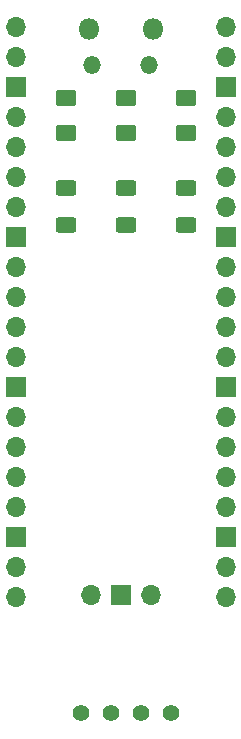
<source format=gts>
G04 #@! TF.GenerationSoftware,KiCad,Pcbnew,8.0.1*
G04 #@! TF.CreationDate,2024-10-21T20:58:36+13:00*
G04 #@! TF.ProjectId,aurorawatchpcb,6175726f-7261-4776-9174-63687063622e,rev?*
G04 #@! TF.SameCoordinates,Original*
G04 #@! TF.FileFunction,Soldermask,Top*
G04 #@! TF.FilePolarity,Negative*
%FSLAX46Y46*%
G04 Gerber Fmt 4.6, Leading zero omitted, Abs format (unit mm)*
G04 Created by KiCad (PCBNEW 8.0.1) date 2024-10-21 20:58:36*
%MOMM*%
%LPD*%
G01*
G04 APERTURE LIST*
G04 Aperture macros list*
%AMRoundRect*
0 Rectangle with rounded corners*
0 $1 Rounding radius*
0 $2 $3 $4 $5 $6 $7 $8 $9 X,Y pos of 4 corners*
0 Add a 4 corners polygon primitive as box body*
4,1,4,$2,$3,$4,$5,$6,$7,$8,$9,$2,$3,0*
0 Add four circle primitives for the rounded corners*
1,1,$1+$1,$2,$3*
1,1,$1+$1,$4,$5*
1,1,$1+$1,$6,$7*
1,1,$1+$1,$8,$9*
0 Add four rect primitives between the rounded corners*
20,1,$1+$1,$2,$3,$4,$5,0*
20,1,$1+$1,$4,$5,$6,$7,0*
20,1,$1+$1,$6,$7,$8,$9,0*
20,1,$1+$1,$8,$9,$2,$3,0*%
G04 Aperture macros list end*
%ADD10O,1.700000X1.700000*%
%ADD11R,1.700000X1.700000*%
%ADD12O,1.500000X1.500000*%
%ADD13O,1.800000X1.800000*%
%ADD14RoundRect,0.250000X0.625000X-0.400000X0.625000X0.400000X-0.625000X0.400000X-0.625000X-0.400000X0*%
%ADD15C,1.400000*%
%ADD16RoundRect,0.250001X-0.624999X0.462499X-0.624999X-0.462499X0.624999X-0.462499X0.624999X0.462499X0*%
G04 APERTURE END LIST*
D10*
X111353800Y-113170200D03*
D11*
X113893800Y-113170200D03*
D10*
X116433800Y-113170200D03*
X105003800Y-65140200D03*
X105003800Y-67680200D03*
D11*
X105003800Y-70220200D03*
D10*
X105003800Y-72760200D03*
X105003800Y-75300200D03*
X105003800Y-77840200D03*
X105003800Y-80380200D03*
D11*
X105003800Y-82920200D03*
D10*
X105003800Y-85460200D03*
X105003800Y-88000200D03*
X105003800Y-90540200D03*
X105003800Y-93080200D03*
D11*
X105003800Y-95620200D03*
D10*
X105003800Y-98160200D03*
X105003800Y-100700200D03*
X105003800Y-103240200D03*
X105003800Y-105780200D03*
D11*
X105003800Y-108320200D03*
D10*
X105003800Y-110860200D03*
X105003800Y-113400200D03*
X122783800Y-113400200D03*
X122783800Y-110860200D03*
D11*
X122783800Y-108320200D03*
D10*
X122783800Y-105780200D03*
X122783800Y-103240200D03*
X122783800Y-100700200D03*
X122783800Y-98160200D03*
D11*
X122783800Y-95620200D03*
D10*
X122783800Y-93080200D03*
X122783800Y-90540200D03*
X122783800Y-88000200D03*
X122783800Y-85460200D03*
D11*
X122783800Y-82920200D03*
D10*
X122783800Y-80380200D03*
X122783800Y-77840200D03*
X122783800Y-75300200D03*
X122783800Y-72760200D03*
D11*
X122783800Y-70220200D03*
D10*
X122783800Y-67680200D03*
X122783800Y-65140200D03*
D12*
X111468800Y-68300200D03*
X116318800Y-68300200D03*
D13*
X116618800Y-65270200D03*
X111168800Y-65270200D03*
D14*
X109220000Y-78740000D03*
X109220000Y-81840000D03*
X114300000Y-81840000D03*
X114300000Y-78740000D03*
X119380000Y-78740000D03*
X119380000Y-81840000D03*
D15*
X118110000Y-123190000D03*
X115570000Y-123190000D03*
X113030000Y-123190000D03*
X110490000Y-123190000D03*
D16*
X109220000Y-74095000D03*
X109220000Y-71120000D03*
X114300000Y-74095000D03*
X114300000Y-71120000D03*
X119380000Y-74095000D03*
X119380000Y-71120000D03*
M02*

</source>
